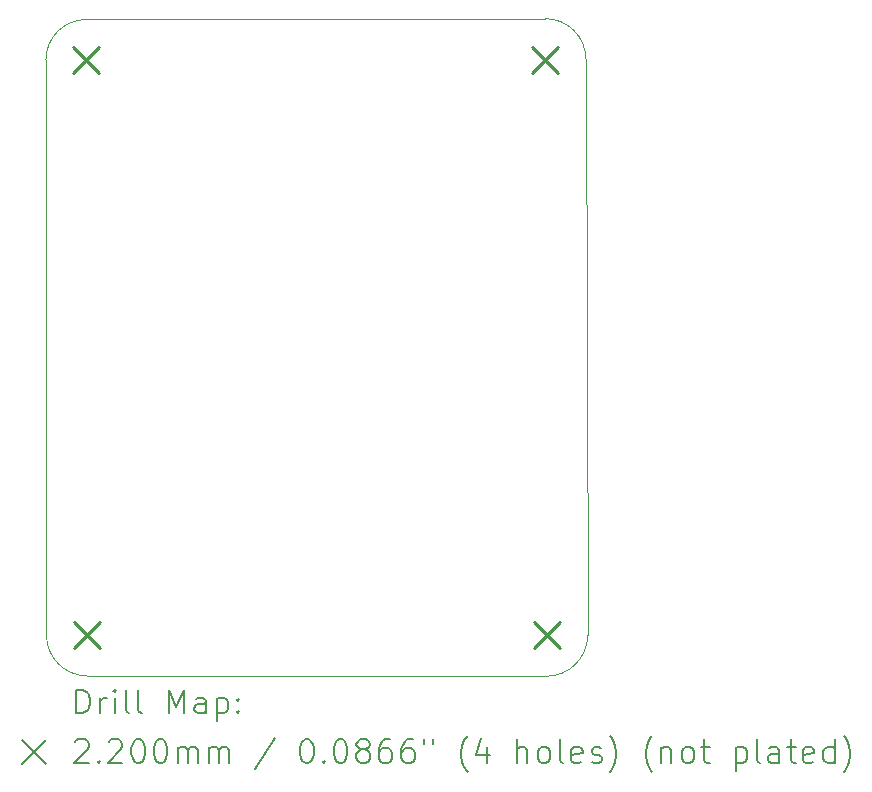
<source format=gbr>
%TF.GenerationSoftware,KiCad,Pcbnew,9.0.5*%
%TF.CreationDate,2025-12-11T22:34:33+05:30*%
%TF.ProjectId,GPS_with_STM32,4750535f-7769-4746-985f-53544d33322e,rev?*%
%TF.SameCoordinates,Original*%
%TF.FileFunction,Drillmap*%
%TF.FilePolarity,Positive*%
%FSLAX45Y45*%
G04 Gerber Fmt 4.5, Leading zero omitted, Abs format (unit mm)*
G04 Created by KiCad (PCBNEW 9.0.5) date 2025-12-11 22:34:33*
%MOMM*%
%LPD*%
G01*
G04 APERTURE LIST*
%ADD10C,0.050000*%
%ADD11C,0.200000*%
%ADD12C,0.220000*%
G04 APERTURE END LIST*
D10*
X9960000Y-8723245D02*
G75*
G02*
X9610000Y-9073245I-350000J0D01*
G01*
X5720070Y-9069991D02*
G75*
G02*
X5377500Y-8725000I2430J344991D01*
G01*
X9945000Y-3850000D02*
X9960000Y-8723240D01*
X5372500Y-3855000D02*
G75*
G02*
X5715000Y-3512500I342500J0D01*
G01*
X5715000Y-3512500D02*
X9600000Y-3505000D01*
X9610000Y-9073245D02*
X5720070Y-9069991D01*
X5377500Y-8725000D02*
X5372500Y-3855000D01*
X9600000Y-3505000D02*
G75*
G02*
X9945000Y-3850000I0J-345000D01*
G01*
D11*
D12*
X5605185Y-3745595D02*
X5825185Y-3965595D01*
X5825185Y-3745595D02*
X5605185Y-3965595D01*
X5611768Y-8614612D02*
X5831768Y-8834612D01*
X5831768Y-8614612D02*
X5611768Y-8834612D01*
X9487736Y-3742332D02*
X9707736Y-3962332D01*
X9707736Y-3742332D02*
X9487736Y-3962332D01*
X9502860Y-8615497D02*
X9722860Y-8835497D01*
X9722860Y-8615497D02*
X9502860Y-8835497D01*
D11*
X5630777Y-9387229D02*
X5630777Y-9187229D01*
X5630777Y-9187229D02*
X5678396Y-9187229D01*
X5678396Y-9187229D02*
X5706967Y-9196753D01*
X5706967Y-9196753D02*
X5726015Y-9215800D01*
X5726015Y-9215800D02*
X5735539Y-9234848D01*
X5735539Y-9234848D02*
X5745062Y-9272943D01*
X5745062Y-9272943D02*
X5745062Y-9301515D01*
X5745062Y-9301515D02*
X5735539Y-9339610D01*
X5735539Y-9339610D02*
X5726015Y-9358657D01*
X5726015Y-9358657D02*
X5706967Y-9377705D01*
X5706967Y-9377705D02*
X5678396Y-9387229D01*
X5678396Y-9387229D02*
X5630777Y-9387229D01*
X5830777Y-9387229D02*
X5830777Y-9253895D01*
X5830777Y-9291991D02*
X5840301Y-9272943D01*
X5840301Y-9272943D02*
X5849824Y-9263419D01*
X5849824Y-9263419D02*
X5868872Y-9253895D01*
X5868872Y-9253895D02*
X5887920Y-9253895D01*
X5954586Y-9387229D02*
X5954586Y-9253895D01*
X5954586Y-9187229D02*
X5945062Y-9196753D01*
X5945062Y-9196753D02*
X5954586Y-9206276D01*
X5954586Y-9206276D02*
X5964110Y-9196753D01*
X5964110Y-9196753D02*
X5954586Y-9187229D01*
X5954586Y-9187229D02*
X5954586Y-9206276D01*
X6078396Y-9387229D02*
X6059348Y-9377705D01*
X6059348Y-9377705D02*
X6049824Y-9358657D01*
X6049824Y-9358657D02*
X6049824Y-9187229D01*
X6183158Y-9387229D02*
X6164110Y-9377705D01*
X6164110Y-9377705D02*
X6154586Y-9358657D01*
X6154586Y-9358657D02*
X6154586Y-9187229D01*
X6411729Y-9387229D02*
X6411729Y-9187229D01*
X6411729Y-9187229D02*
X6478396Y-9330086D01*
X6478396Y-9330086D02*
X6545062Y-9187229D01*
X6545062Y-9187229D02*
X6545062Y-9387229D01*
X6726015Y-9387229D02*
X6726015Y-9282467D01*
X6726015Y-9282467D02*
X6716491Y-9263419D01*
X6716491Y-9263419D02*
X6697443Y-9253895D01*
X6697443Y-9253895D02*
X6659348Y-9253895D01*
X6659348Y-9253895D02*
X6640301Y-9263419D01*
X6726015Y-9377705D02*
X6706967Y-9387229D01*
X6706967Y-9387229D02*
X6659348Y-9387229D01*
X6659348Y-9387229D02*
X6640301Y-9377705D01*
X6640301Y-9377705D02*
X6630777Y-9358657D01*
X6630777Y-9358657D02*
X6630777Y-9339610D01*
X6630777Y-9339610D02*
X6640301Y-9320562D01*
X6640301Y-9320562D02*
X6659348Y-9311038D01*
X6659348Y-9311038D02*
X6706967Y-9311038D01*
X6706967Y-9311038D02*
X6726015Y-9301515D01*
X6821253Y-9253895D02*
X6821253Y-9453895D01*
X6821253Y-9263419D02*
X6840301Y-9253895D01*
X6840301Y-9253895D02*
X6878396Y-9253895D01*
X6878396Y-9253895D02*
X6897443Y-9263419D01*
X6897443Y-9263419D02*
X6906967Y-9272943D01*
X6906967Y-9272943D02*
X6916491Y-9291991D01*
X6916491Y-9291991D02*
X6916491Y-9349134D01*
X6916491Y-9349134D02*
X6906967Y-9368181D01*
X6906967Y-9368181D02*
X6897443Y-9377705D01*
X6897443Y-9377705D02*
X6878396Y-9387229D01*
X6878396Y-9387229D02*
X6840301Y-9387229D01*
X6840301Y-9387229D02*
X6821253Y-9377705D01*
X7002205Y-9368181D02*
X7011729Y-9377705D01*
X7011729Y-9377705D02*
X7002205Y-9387229D01*
X7002205Y-9387229D02*
X6992682Y-9377705D01*
X6992682Y-9377705D02*
X7002205Y-9368181D01*
X7002205Y-9368181D02*
X7002205Y-9387229D01*
X7002205Y-9263419D02*
X7011729Y-9272943D01*
X7011729Y-9272943D02*
X7002205Y-9282467D01*
X7002205Y-9282467D02*
X6992682Y-9272943D01*
X6992682Y-9272943D02*
X7002205Y-9263419D01*
X7002205Y-9263419D02*
X7002205Y-9282467D01*
X5170000Y-9615745D02*
X5370000Y-9815745D01*
X5370000Y-9615745D02*
X5170000Y-9815745D01*
X5621253Y-9626276D02*
X5630777Y-9616753D01*
X5630777Y-9616753D02*
X5649824Y-9607229D01*
X5649824Y-9607229D02*
X5697443Y-9607229D01*
X5697443Y-9607229D02*
X5716491Y-9616753D01*
X5716491Y-9616753D02*
X5726015Y-9626276D01*
X5726015Y-9626276D02*
X5735539Y-9645324D01*
X5735539Y-9645324D02*
X5735539Y-9664372D01*
X5735539Y-9664372D02*
X5726015Y-9692943D01*
X5726015Y-9692943D02*
X5611729Y-9807229D01*
X5611729Y-9807229D02*
X5735539Y-9807229D01*
X5821253Y-9788181D02*
X5830777Y-9797705D01*
X5830777Y-9797705D02*
X5821253Y-9807229D01*
X5821253Y-9807229D02*
X5811729Y-9797705D01*
X5811729Y-9797705D02*
X5821253Y-9788181D01*
X5821253Y-9788181D02*
X5821253Y-9807229D01*
X5906967Y-9626276D02*
X5916491Y-9616753D01*
X5916491Y-9616753D02*
X5935539Y-9607229D01*
X5935539Y-9607229D02*
X5983158Y-9607229D01*
X5983158Y-9607229D02*
X6002205Y-9616753D01*
X6002205Y-9616753D02*
X6011729Y-9626276D01*
X6011729Y-9626276D02*
X6021253Y-9645324D01*
X6021253Y-9645324D02*
X6021253Y-9664372D01*
X6021253Y-9664372D02*
X6011729Y-9692943D01*
X6011729Y-9692943D02*
X5897443Y-9807229D01*
X5897443Y-9807229D02*
X6021253Y-9807229D01*
X6145062Y-9607229D02*
X6164110Y-9607229D01*
X6164110Y-9607229D02*
X6183158Y-9616753D01*
X6183158Y-9616753D02*
X6192682Y-9626276D01*
X6192682Y-9626276D02*
X6202205Y-9645324D01*
X6202205Y-9645324D02*
X6211729Y-9683419D01*
X6211729Y-9683419D02*
X6211729Y-9731038D01*
X6211729Y-9731038D02*
X6202205Y-9769134D01*
X6202205Y-9769134D02*
X6192682Y-9788181D01*
X6192682Y-9788181D02*
X6183158Y-9797705D01*
X6183158Y-9797705D02*
X6164110Y-9807229D01*
X6164110Y-9807229D02*
X6145062Y-9807229D01*
X6145062Y-9807229D02*
X6126015Y-9797705D01*
X6126015Y-9797705D02*
X6116491Y-9788181D01*
X6116491Y-9788181D02*
X6106967Y-9769134D01*
X6106967Y-9769134D02*
X6097443Y-9731038D01*
X6097443Y-9731038D02*
X6097443Y-9683419D01*
X6097443Y-9683419D02*
X6106967Y-9645324D01*
X6106967Y-9645324D02*
X6116491Y-9626276D01*
X6116491Y-9626276D02*
X6126015Y-9616753D01*
X6126015Y-9616753D02*
X6145062Y-9607229D01*
X6335539Y-9607229D02*
X6354586Y-9607229D01*
X6354586Y-9607229D02*
X6373634Y-9616753D01*
X6373634Y-9616753D02*
X6383158Y-9626276D01*
X6383158Y-9626276D02*
X6392682Y-9645324D01*
X6392682Y-9645324D02*
X6402205Y-9683419D01*
X6402205Y-9683419D02*
X6402205Y-9731038D01*
X6402205Y-9731038D02*
X6392682Y-9769134D01*
X6392682Y-9769134D02*
X6383158Y-9788181D01*
X6383158Y-9788181D02*
X6373634Y-9797705D01*
X6373634Y-9797705D02*
X6354586Y-9807229D01*
X6354586Y-9807229D02*
X6335539Y-9807229D01*
X6335539Y-9807229D02*
X6316491Y-9797705D01*
X6316491Y-9797705D02*
X6306967Y-9788181D01*
X6306967Y-9788181D02*
X6297443Y-9769134D01*
X6297443Y-9769134D02*
X6287920Y-9731038D01*
X6287920Y-9731038D02*
X6287920Y-9683419D01*
X6287920Y-9683419D02*
X6297443Y-9645324D01*
X6297443Y-9645324D02*
X6306967Y-9626276D01*
X6306967Y-9626276D02*
X6316491Y-9616753D01*
X6316491Y-9616753D02*
X6335539Y-9607229D01*
X6487920Y-9807229D02*
X6487920Y-9673895D01*
X6487920Y-9692943D02*
X6497443Y-9683419D01*
X6497443Y-9683419D02*
X6516491Y-9673895D01*
X6516491Y-9673895D02*
X6545063Y-9673895D01*
X6545063Y-9673895D02*
X6564110Y-9683419D01*
X6564110Y-9683419D02*
X6573634Y-9702467D01*
X6573634Y-9702467D02*
X6573634Y-9807229D01*
X6573634Y-9702467D02*
X6583158Y-9683419D01*
X6583158Y-9683419D02*
X6602205Y-9673895D01*
X6602205Y-9673895D02*
X6630777Y-9673895D01*
X6630777Y-9673895D02*
X6649824Y-9683419D01*
X6649824Y-9683419D02*
X6659348Y-9702467D01*
X6659348Y-9702467D02*
X6659348Y-9807229D01*
X6754586Y-9807229D02*
X6754586Y-9673895D01*
X6754586Y-9692943D02*
X6764110Y-9683419D01*
X6764110Y-9683419D02*
X6783158Y-9673895D01*
X6783158Y-9673895D02*
X6811729Y-9673895D01*
X6811729Y-9673895D02*
X6830777Y-9683419D01*
X6830777Y-9683419D02*
X6840301Y-9702467D01*
X6840301Y-9702467D02*
X6840301Y-9807229D01*
X6840301Y-9702467D02*
X6849824Y-9683419D01*
X6849824Y-9683419D02*
X6868872Y-9673895D01*
X6868872Y-9673895D02*
X6897443Y-9673895D01*
X6897443Y-9673895D02*
X6916491Y-9683419D01*
X6916491Y-9683419D02*
X6926015Y-9702467D01*
X6926015Y-9702467D02*
X6926015Y-9807229D01*
X7316491Y-9597705D02*
X7145063Y-9854848D01*
X7573634Y-9607229D02*
X7592682Y-9607229D01*
X7592682Y-9607229D02*
X7611729Y-9616753D01*
X7611729Y-9616753D02*
X7621253Y-9626276D01*
X7621253Y-9626276D02*
X7630777Y-9645324D01*
X7630777Y-9645324D02*
X7640301Y-9683419D01*
X7640301Y-9683419D02*
X7640301Y-9731038D01*
X7640301Y-9731038D02*
X7630777Y-9769134D01*
X7630777Y-9769134D02*
X7621253Y-9788181D01*
X7621253Y-9788181D02*
X7611729Y-9797705D01*
X7611729Y-9797705D02*
X7592682Y-9807229D01*
X7592682Y-9807229D02*
X7573634Y-9807229D01*
X7573634Y-9807229D02*
X7554586Y-9797705D01*
X7554586Y-9797705D02*
X7545063Y-9788181D01*
X7545063Y-9788181D02*
X7535539Y-9769134D01*
X7535539Y-9769134D02*
X7526015Y-9731038D01*
X7526015Y-9731038D02*
X7526015Y-9683419D01*
X7526015Y-9683419D02*
X7535539Y-9645324D01*
X7535539Y-9645324D02*
X7545063Y-9626276D01*
X7545063Y-9626276D02*
X7554586Y-9616753D01*
X7554586Y-9616753D02*
X7573634Y-9607229D01*
X7726015Y-9788181D02*
X7735539Y-9797705D01*
X7735539Y-9797705D02*
X7726015Y-9807229D01*
X7726015Y-9807229D02*
X7716491Y-9797705D01*
X7716491Y-9797705D02*
X7726015Y-9788181D01*
X7726015Y-9788181D02*
X7726015Y-9807229D01*
X7859348Y-9607229D02*
X7878396Y-9607229D01*
X7878396Y-9607229D02*
X7897444Y-9616753D01*
X7897444Y-9616753D02*
X7906967Y-9626276D01*
X7906967Y-9626276D02*
X7916491Y-9645324D01*
X7916491Y-9645324D02*
X7926015Y-9683419D01*
X7926015Y-9683419D02*
X7926015Y-9731038D01*
X7926015Y-9731038D02*
X7916491Y-9769134D01*
X7916491Y-9769134D02*
X7906967Y-9788181D01*
X7906967Y-9788181D02*
X7897444Y-9797705D01*
X7897444Y-9797705D02*
X7878396Y-9807229D01*
X7878396Y-9807229D02*
X7859348Y-9807229D01*
X7859348Y-9807229D02*
X7840301Y-9797705D01*
X7840301Y-9797705D02*
X7830777Y-9788181D01*
X7830777Y-9788181D02*
X7821253Y-9769134D01*
X7821253Y-9769134D02*
X7811729Y-9731038D01*
X7811729Y-9731038D02*
X7811729Y-9683419D01*
X7811729Y-9683419D02*
X7821253Y-9645324D01*
X7821253Y-9645324D02*
X7830777Y-9626276D01*
X7830777Y-9626276D02*
X7840301Y-9616753D01*
X7840301Y-9616753D02*
X7859348Y-9607229D01*
X8040301Y-9692943D02*
X8021253Y-9683419D01*
X8021253Y-9683419D02*
X8011729Y-9673895D01*
X8011729Y-9673895D02*
X8002206Y-9654848D01*
X8002206Y-9654848D02*
X8002206Y-9645324D01*
X8002206Y-9645324D02*
X8011729Y-9626276D01*
X8011729Y-9626276D02*
X8021253Y-9616753D01*
X8021253Y-9616753D02*
X8040301Y-9607229D01*
X8040301Y-9607229D02*
X8078396Y-9607229D01*
X8078396Y-9607229D02*
X8097444Y-9616753D01*
X8097444Y-9616753D02*
X8106967Y-9626276D01*
X8106967Y-9626276D02*
X8116491Y-9645324D01*
X8116491Y-9645324D02*
X8116491Y-9654848D01*
X8116491Y-9654848D02*
X8106967Y-9673895D01*
X8106967Y-9673895D02*
X8097444Y-9683419D01*
X8097444Y-9683419D02*
X8078396Y-9692943D01*
X8078396Y-9692943D02*
X8040301Y-9692943D01*
X8040301Y-9692943D02*
X8021253Y-9702467D01*
X8021253Y-9702467D02*
X8011729Y-9711991D01*
X8011729Y-9711991D02*
X8002206Y-9731038D01*
X8002206Y-9731038D02*
X8002206Y-9769134D01*
X8002206Y-9769134D02*
X8011729Y-9788181D01*
X8011729Y-9788181D02*
X8021253Y-9797705D01*
X8021253Y-9797705D02*
X8040301Y-9807229D01*
X8040301Y-9807229D02*
X8078396Y-9807229D01*
X8078396Y-9807229D02*
X8097444Y-9797705D01*
X8097444Y-9797705D02*
X8106967Y-9788181D01*
X8106967Y-9788181D02*
X8116491Y-9769134D01*
X8116491Y-9769134D02*
X8116491Y-9731038D01*
X8116491Y-9731038D02*
X8106967Y-9711991D01*
X8106967Y-9711991D02*
X8097444Y-9702467D01*
X8097444Y-9702467D02*
X8078396Y-9692943D01*
X8287920Y-9607229D02*
X8249825Y-9607229D01*
X8249825Y-9607229D02*
X8230777Y-9616753D01*
X8230777Y-9616753D02*
X8221253Y-9626276D01*
X8221253Y-9626276D02*
X8202206Y-9654848D01*
X8202206Y-9654848D02*
X8192682Y-9692943D01*
X8192682Y-9692943D02*
X8192682Y-9769134D01*
X8192682Y-9769134D02*
X8202206Y-9788181D01*
X8202206Y-9788181D02*
X8211729Y-9797705D01*
X8211729Y-9797705D02*
X8230777Y-9807229D01*
X8230777Y-9807229D02*
X8268872Y-9807229D01*
X8268872Y-9807229D02*
X8287920Y-9797705D01*
X8287920Y-9797705D02*
X8297444Y-9788181D01*
X8297444Y-9788181D02*
X8306967Y-9769134D01*
X8306967Y-9769134D02*
X8306967Y-9721515D01*
X8306967Y-9721515D02*
X8297444Y-9702467D01*
X8297444Y-9702467D02*
X8287920Y-9692943D01*
X8287920Y-9692943D02*
X8268872Y-9683419D01*
X8268872Y-9683419D02*
X8230777Y-9683419D01*
X8230777Y-9683419D02*
X8211729Y-9692943D01*
X8211729Y-9692943D02*
X8202206Y-9702467D01*
X8202206Y-9702467D02*
X8192682Y-9721515D01*
X8478396Y-9607229D02*
X8440301Y-9607229D01*
X8440301Y-9607229D02*
X8421253Y-9616753D01*
X8421253Y-9616753D02*
X8411729Y-9626276D01*
X8411729Y-9626276D02*
X8392682Y-9654848D01*
X8392682Y-9654848D02*
X8383158Y-9692943D01*
X8383158Y-9692943D02*
X8383158Y-9769134D01*
X8383158Y-9769134D02*
X8392682Y-9788181D01*
X8392682Y-9788181D02*
X8402206Y-9797705D01*
X8402206Y-9797705D02*
X8421253Y-9807229D01*
X8421253Y-9807229D02*
X8459349Y-9807229D01*
X8459349Y-9807229D02*
X8478396Y-9797705D01*
X8478396Y-9797705D02*
X8487920Y-9788181D01*
X8487920Y-9788181D02*
X8497444Y-9769134D01*
X8497444Y-9769134D02*
X8497444Y-9721515D01*
X8497444Y-9721515D02*
X8487920Y-9702467D01*
X8487920Y-9702467D02*
X8478396Y-9692943D01*
X8478396Y-9692943D02*
X8459349Y-9683419D01*
X8459349Y-9683419D02*
X8421253Y-9683419D01*
X8421253Y-9683419D02*
X8402206Y-9692943D01*
X8402206Y-9692943D02*
X8392682Y-9702467D01*
X8392682Y-9702467D02*
X8383158Y-9721515D01*
X8573634Y-9607229D02*
X8573634Y-9645324D01*
X8649825Y-9607229D02*
X8649825Y-9645324D01*
X8945063Y-9883419D02*
X8935539Y-9873895D01*
X8935539Y-9873895D02*
X8916491Y-9845324D01*
X8916491Y-9845324D02*
X8906968Y-9826276D01*
X8906968Y-9826276D02*
X8897444Y-9797705D01*
X8897444Y-9797705D02*
X8887920Y-9750086D01*
X8887920Y-9750086D02*
X8887920Y-9711991D01*
X8887920Y-9711991D02*
X8897444Y-9664372D01*
X8897444Y-9664372D02*
X8906968Y-9635800D01*
X8906968Y-9635800D02*
X8916491Y-9616753D01*
X8916491Y-9616753D02*
X8935539Y-9588181D01*
X8935539Y-9588181D02*
X8945063Y-9578657D01*
X9106968Y-9673895D02*
X9106968Y-9807229D01*
X9059349Y-9597705D02*
X9011730Y-9740562D01*
X9011730Y-9740562D02*
X9135539Y-9740562D01*
X9364111Y-9807229D02*
X9364111Y-9607229D01*
X9449825Y-9807229D02*
X9449825Y-9702467D01*
X9449825Y-9702467D02*
X9440301Y-9683419D01*
X9440301Y-9683419D02*
X9421253Y-9673895D01*
X9421253Y-9673895D02*
X9392682Y-9673895D01*
X9392682Y-9673895D02*
X9373634Y-9683419D01*
X9373634Y-9683419D02*
X9364111Y-9692943D01*
X9573634Y-9807229D02*
X9554587Y-9797705D01*
X9554587Y-9797705D02*
X9545063Y-9788181D01*
X9545063Y-9788181D02*
X9535539Y-9769134D01*
X9535539Y-9769134D02*
X9535539Y-9711991D01*
X9535539Y-9711991D02*
X9545063Y-9692943D01*
X9545063Y-9692943D02*
X9554587Y-9683419D01*
X9554587Y-9683419D02*
X9573634Y-9673895D01*
X9573634Y-9673895D02*
X9602206Y-9673895D01*
X9602206Y-9673895D02*
X9621253Y-9683419D01*
X9621253Y-9683419D02*
X9630777Y-9692943D01*
X9630777Y-9692943D02*
X9640301Y-9711991D01*
X9640301Y-9711991D02*
X9640301Y-9769134D01*
X9640301Y-9769134D02*
X9630777Y-9788181D01*
X9630777Y-9788181D02*
X9621253Y-9797705D01*
X9621253Y-9797705D02*
X9602206Y-9807229D01*
X9602206Y-9807229D02*
X9573634Y-9807229D01*
X9754587Y-9807229D02*
X9735539Y-9797705D01*
X9735539Y-9797705D02*
X9726015Y-9778657D01*
X9726015Y-9778657D02*
X9726015Y-9607229D01*
X9906968Y-9797705D02*
X9887920Y-9807229D01*
X9887920Y-9807229D02*
X9849825Y-9807229D01*
X9849825Y-9807229D02*
X9830777Y-9797705D01*
X9830777Y-9797705D02*
X9821253Y-9778657D01*
X9821253Y-9778657D02*
X9821253Y-9702467D01*
X9821253Y-9702467D02*
X9830777Y-9683419D01*
X9830777Y-9683419D02*
X9849825Y-9673895D01*
X9849825Y-9673895D02*
X9887920Y-9673895D01*
X9887920Y-9673895D02*
X9906968Y-9683419D01*
X9906968Y-9683419D02*
X9916492Y-9702467D01*
X9916492Y-9702467D02*
X9916492Y-9721515D01*
X9916492Y-9721515D02*
X9821253Y-9740562D01*
X9992682Y-9797705D02*
X10011730Y-9807229D01*
X10011730Y-9807229D02*
X10049825Y-9807229D01*
X10049825Y-9807229D02*
X10068873Y-9797705D01*
X10068873Y-9797705D02*
X10078396Y-9778657D01*
X10078396Y-9778657D02*
X10078396Y-9769134D01*
X10078396Y-9769134D02*
X10068873Y-9750086D01*
X10068873Y-9750086D02*
X10049825Y-9740562D01*
X10049825Y-9740562D02*
X10021253Y-9740562D01*
X10021253Y-9740562D02*
X10002206Y-9731038D01*
X10002206Y-9731038D02*
X9992682Y-9711991D01*
X9992682Y-9711991D02*
X9992682Y-9702467D01*
X9992682Y-9702467D02*
X10002206Y-9683419D01*
X10002206Y-9683419D02*
X10021253Y-9673895D01*
X10021253Y-9673895D02*
X10049825Y-9673895D01*
X10049825Y-9673895D02*
X10068873Y-9683419D01*
X10145063Y-9883419D02*
X10154587Y-9873895D01*
X10154587Y-9873895D02*
X10173634Y-9845324D01*
X10173634Y-9845324D02*
X10183158Y-9826276D01*
X10183158Y-9826276D02*
X10192682Y-9797705D01*
X10192682Y-9797705D02*
X10202206Y-9750086D01*
X10202206Y-9750086D02*
X10202206Y-9711991D01*
X10202206Y-9711991D02*
X10192682Y-9664372D01*
X10192682Y-9664372D02*
X10183158Y-9635800D01*
X10183158Y-9635800D02*
X10173634Y-9616753D01*
X10173634Y-9616753D02*
X10154587Y-9588181D01*
X10154587Y-9588181D02*
X10145063Y-9578657D01*
X10506968Y-9883419D02*
X10497444Y-9873895D01*
X10497444Y-9873895D02*
X10478396Y-9845324D01*
X10478396Y-9845324D02*
X10468873Y-9826276D01*
X10468873Y-9826276D02*
X10459349Y-9797705D01*
X10459349Y-9797705D02*
X10449825Y-9750086D01*
X10449825Y-9750086D02*
X10449825Y-9711991D01*
X10449825Y-9711991D02*
X10459349Y-9664372D01*
X10459349Y-9664372D02*
X10468873Y-9635800D01*
X10468873Y-9635800D02*
X10478396Y-9616753D01*
X10478396Y-9616753D02*
X10497444Y-9588181D01*
X10497444Y-9588181D02*
X10506968Y-9578657D01*
X10583158Y-9673895D02*
X10583158Y-9807229D01*
X10583158Y-9692943D02*
X10592682Y-9683419D01*
X10592682Y-9683419D02*
X10611730Y-9673895D01*
X10611730Y-9673895D02*
X10640301Y-9673895D01*
X10640301Y-9673895D02*
X10659349Y-9683419D01*
X10659349Y-9683419D02*
X10668873Y-9702467D01*
X10668873Y-9702467D02*
X10668873Y-9807229D01*
X10792682Y-9807229D02*
X10773634Y-9797705D01*
X10773634Y-9797705D02*
X10764111Y-9788181D01*
X10764111Y-9788181D02*
X10754587Y-9769134D01*
X10754587Y-9769134D02*
X10754587Y-9711991D01*
X10754587Y-9711991D02*
X10764111Y-9692943D01*
X10764111Y-9692943D02*
X10773634Y-9683419D01*
X10773634Y-9683419D02*
X10792682Y-9673895D01*
X10792682Y-9673895D02*
X10821254Y-9673895D01*
X10821254Y-9673895D02*
X10840301Y-9683419D01*
X10840301Y-9683419D02*
X10849825Y-9692943D01*
X10849825Y-9692943D02*
X10859349Y-9711991D01*
X10859349Y-9711991D02*
X10859349Y-9769134D01*
X10859349Y-9769134D02*
X10849825Y-9788181D01*
X10849825Y-9788181D02*
X10840301Y-9797705D01*
X10840301Y-9797705D02*
X10821254Y-9807229D01*
X10821254Y-9807229D02*
X10792682Y-9807229D01*
X10916492Y-9673895D02*
X10992682Y-9673895D01*
X10945063Y-9607229D02*
X10945063Y-9778657D01*
X10945063Y-9778657D02*
X10954587Y-9797705D01*
X10954587Y-9797705D02*
X10973634Y-9807229D01*
X10973634Y-9807229D02*
X10992682Y-9807229D01*
X11211730Y-9673895D02*
X11211730Y-9873895D01*
X11211730Y-9683419D02*
X11230777Y-9673895D01*
X11230777Y-9673895D02*
X11268873Y-9673895D01*
X11268873Y-9673895D02*
X11287920Y-9683419D01*
X11287920Y-9683419D02*
X11297444Y-9692943D01*
X11297444Y-9692943D02*
X11306968Y-9711991D01*
X11306968Y-9711991D02*
X11306968Y-9769134D01*
X11306968Y-9769134D02*
X11297444Y-9788181D01*
X11297444Y-9788181D02*
X11287920Y-9797705D01*
X11287920Y-9797705D02*
X11268873Y-9807229D01*
X11268873Y-9807229D02*
X11230777Y-9807229D01*
X11230777Y-9807229D02*
X11211730Y-9797705D01*
X11421253Y-9807229D02*
X11402206Y-9797705D01*
X11402206Y-9797705D02*
X11392682Y-9778657D01*
X11392682Y-9778657D02*
X11392682Y-9607229D01*
X11583158Y-9807229D02*
X11583158Y-9702467D01*
X11583158Y-9702467D02*
X11573634Y-9683419D01*
X11573634Y-9683419D02*
X11554587Y-9673895D01*
X11554587Y-9673895D02*
X11516492Y-9673895D01*
X11516492Y-9673895D02*
X11497444Y-9683419D01*
X11583158Y-9797705D02*
X11564111Y-9807229D01*
X11564111Y-9807229D02*
X11516492Y-9807229D01*
X11516492Y-9807229D02*
X11497444Y-9797705D01*
X11497444Y-9797705D02*
X11487920Y-9778657D01*
X11487920Y-9778657D02*
X11487920Y-9759610D01*
X11487920Y-9759610D02*
X11497444Y-9740562D01*
X11497444Y-9740562D02*
X11516492Y-9731038D01*
X11516492Y-9731038D02*
X11564111Y-9731038D01*
X11564111Y-9731038D02*
X11583158Y-9721515D01*
X11649825Y-9673895D02*
X11726015Y-9673895D01*
X11678396Y-9607229D02*
X11678396Y-9778657D01*
X11678396Y-9778657D02*
X11687920Y-9797705D01*
X11687920Y-9797705D02*
X11706968Y-9807229D01*
X11706968Y-9807229D02*
X11726015Y-9807229D01*
X11868873Y-9797705D02*
X11849825Y-9807229D01*
X11849825Y-9807229D02*
X11811730Y-9807229D01*
X11811730Y-9807229D02*
X11792682Y-9797705D01*
X11792682Y-9797705D02*
X11783158Y-9778657D01*
X11783158Y-9778657D02*
X11783158Y-9702467D01*
X11783158Y-9702467D02*
X11792682Y-9683419D01*
X11792682Y-9683419D02*
X11811730Y-9673895D01*
X11811730Y-9673895D02*
X11849825Y-9673895D01*
X11849825Y-9673895D02*
X11868873Y-9683419D01*
X11868873Y-9683419D02*
X11878396Y-9702467D01*
X11878396Y-9702467D02*
X11878396Y-9721515D01*
X11878396Y-9721515D02*
X11783158Y-9740562D01*
X12049825Y-9807229D02*
X12049825Y-9607229D01*
X12049825Y-9797705D02*
X12030777Y-9807229D01*
X12030777Y-9807229D02*
X11992682Y-9807229D01*
X11992682Y-9807229D02*
X11973634Y-9797705D01*
X11973634Y-9797705D02*
X11964111Y-9788181D01*
X11964111Y-9788181D02*
X11954587Y-9769134D01*
X11954587Y-9769134D02*
X11954587Y-9711991D01*
X11954587Y-9711991D02*
X11964111Y-9692943D01*
X11964111Y-9692943D02*
X11973634Y-9683419D01*
X11973634Y-9683419D02*
X11992682Y-9673895D01*
X11992682Y-9673895D02*
X12030777Y-9673895D01*
X12030777Y-9673895D02*
X12049825Y-9683419D01*
X12126015Y-9883419D02*
X12135539Y-9873895D01*
X12135539Y-9873895D02*
X12154587Y-9845324D01*
X12154587Y-9845324D02*
X12164111Y-9826276D01*
X12164111Y-9826276D02*
X12173634Y-9797705D01*
X12173634Y-9797705D02*
X12183158Y-9750086D01*
X12183158Y-9750086D02*
X12183158Y-9711991D01*
X12183158Y-9711991D02*
X12173634Y-9664372D01*
X12173634Y-9664372D02*
X12164111Y-9635800D01*
X12164111Y-9635800D02*
X12154587Y-9616753D01*
X12154587Y-9616753D02*
X12135539Y-9588181D01*
X12135539Y-9588181D02*
X12126015Y-9578657D01*
M02*

</source>
